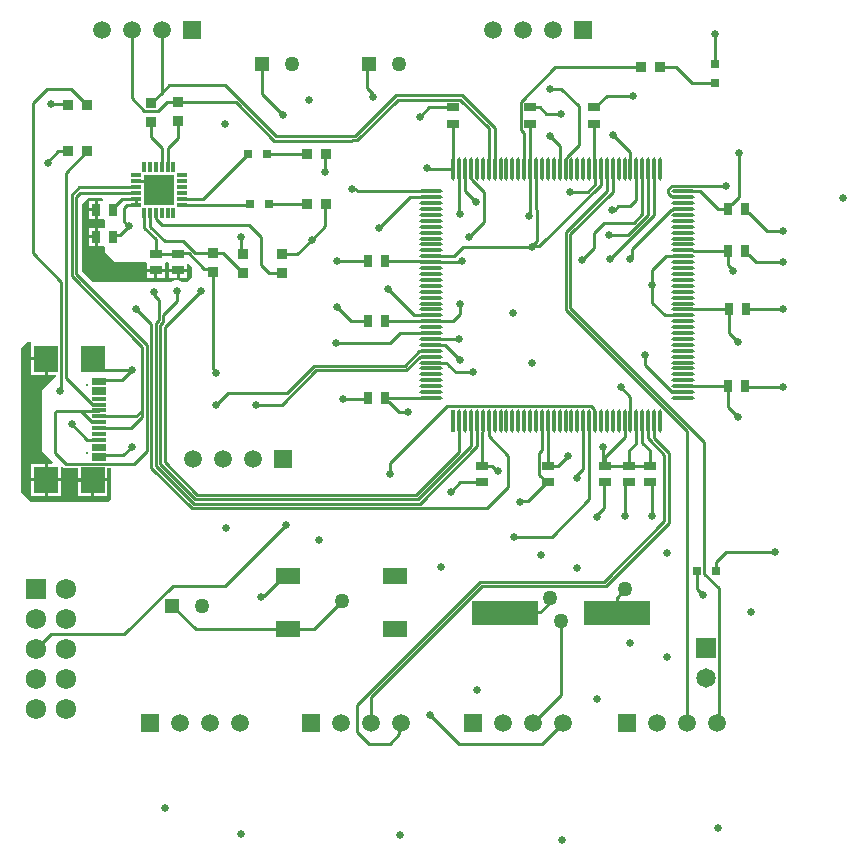
<source format=gtl>
G04*
G04 #@! TF.GenerationSoftware,Altium Limited,Altium Designer,22.9.1 (49)*
G04*
G04 Layer_Physical_Order=1*
G04 Layer_Color=255*
%FSLAX24Y24*%
%MOIN*%
G70*
G04*
G04 #@! TF.SameCoordinates,54DEFAFE-76A2-4419-BEBC-3D5CD7468304*
G04*
G04*
G04 #@! TF.FilePolarity,Positive*
G04*
G01*
G75*
%ADD14C,0.0100*%
%ADD15R,0.0453X0.0118*%
%ADD16R,0.0787X0.0858*%
%ADD17R,0.0315X0.0315*%
%ADD18R,0.0123X0.0770*%
G04:AMPARAMS|DCode=19|XSize=77mil|YSize=12.3mil|CornerRadius=6.2mil|HoleSize=0mil|Usage=FLASHONLY|Rotation=90.000|XOffset=0mil|YOffset=0mil|HoleType=Round|Shape=RoundedRectangle|*
%AMROUNDEDRECTD19*
21,1,0.0770,0.0000,0,0,90.0*
21,1,0.0647,0.0123,0,0,90.0*
1,1,0.0123,0.0000,0.0323*
1,1,0.0123,0.0000,-0.0323*
1,1,0.0123,0.0000,-0.0323*
1,1,0.0123,0.0000,0.0323*
%
%ADD19ROUNDEDRECTD19*%
G04:AMPARAMS|DCode=20|XSize=12.3mil|YSize=77mil|CornerRadius=6.2mil|HoleSize=0mil|Usage=FLASHONLY|Rotation=90.000|XOffset=0mil|YOffset=0mil|HoleType=Round|Shape=RoundedRectangle|*
%AMROUNDEDRECTD20*
21,1,0.0123,0.0647,0,0,90.0*
21,1,0.0000,0.0770,0,0,90.0*
1,1,0.0123,0.0323,0.0000*
1,1,0.0123,0.0323,0.0000*
1,1,0.0123,-0.0323,0.0000*
1,1,0.0123,-0.0323,0.0000*
%
%ADD20ROUNDEDRECTD20*%
%ADD21R,0.0390X0.0307*%
%ADD22R,0.0335X0.0118*%
%ADD23R,0.0118X0.0335*%
%ADD24R,0.1004X0.1004*%
%ADD25R,0.0307X0.0390*%
%ADD26R,0.0827X0.0551*%
%ADD27R,0.2205X0.0827*%
%ADD28R,0.0374X0.0354*%
%ADD29R,0.0354X0.0374*%
%ADD30R,0.0315X0.0315*%
%ADD53C,0.0679*%
%ADD54R,0.0679X0.0679*%
%ADD55C,0.0128*%
%ADD56R,0.0591X0.0591*%
%ADD57C,0.0591*%
%ADD58C,0.0650*%
%ADD59R,0.0650X0.0650*%
%ADD60C,0.0502*%
%ADD61R,0.0502X0.0502*%
%ADD62C,0.0250*%
%ADD63C,0.0500*%
G36*
X2206Y18403D02*
X2206D01*
Y17924D01*
X2700D01*
Y17874D01*
X2750D01*
Y17345D01*
X3040D01*
Y17290D01*
X2550Y16800D01*
X2550Y14800D01*
X2924Y14426D01*
X2905Y14380D01*
X2750D01*
Y13900D01*
X3193D01*
Y14277D01*
X3243Y14290D01*
X3258Y14276D01*
X3307Y14243D01*
X3366Y14231D01*
X3753D01*
Y13900D01*
X4247D01*
X4741D01*
Y14231D01*
X4850D01*
Y13200D01*
X4750Y13100D01*
X2200D01*
X1850Y13450D01*
Y18250D01*
X2050Y18450D01*
X2198D01*
X2206Y18403D01*
D02*
G37*
G36*
X4605Y23195D02*
X4584Y23145D01*
X4424D01*
Y22850D01*
Y22555D01*
X4600D01*
X4628Y22555D01*
X4650Y22514D01*
Y22286D01*
X4628Y22245D01*
X4600Y22245D01*
X4424D01*
Y21950D01*
Y21655D01*
X4600D01*
X4628Y21655D01*
X4650Y21614D01*
Y21450D01*
X5000Y21100D01*
X6014D01*
X6055Y21078D01*
X6055Y21050D01*
Y20874D01*
X6645D01*
Y21050D01*
X6645Y21078D01*
X6686Y21100D01*
X6764D01*
X6805Y21078D01*
X6805Y21050D01*
Y20874D01*
X7395D01*
Y21034D01*
X7445Y21055D01*
X7550Y20950D01*
Y20600D01*
X7400Y20450D01*
X7230D01*
X7185Y20476D01*
X7096Y20500D01*
X7004D01*
X6915Y20476D01*
X6870Y20450D01*
X4250D01*
X3900Y20800D01*
Y23050D01*
X4099Y23249D01*
X4551D01*
X4605Y23195D01*
D02*
G37*
%LPC*%
G36*
X2650Y17824D02*
X2206D01*
Y17345D01*
X2650D01*
Y17824D01*
D02*
G37*
G36*
Y14380D02*
X2206D01*
Y13900D01*
X2650D01*
Y14380D01*
D02*
G37*
G36*
X4741Y13800D02*
X4297D01*
Y13321D01*
X4741D01*
Y13800D01*
D02*
G37*
G36*
X4197D02*
X3753D01*
Y13321D01*
X4197D01*
Y13800D01*
D02*
G37*
G36*
X3193D02*
X2750D01*
Y13321D01*
X3193D01*
Y13800D01*
D02*
G37*
G36*
X2650D02*
X2206D01*
Y13321D01*
X2650D01*
Y13800D01*
D02*
G37*
G36*
X4324Y23145D02*
X4121D01*
Y22900D01*
X4324D01*
Y23145D01*
D02*
G37*
G36*
Y22800D02*
X4121D01*
Y22555D01*
X4324D01*
Y22800D01*
D02*
G37*
G36*
Y22245D02*
X4121D01*
Y22000D01*
X4324D01*
Y22245D01*
D02*
G37*
G36*
Y21900D02*
X4121D01*
Y21655D01*
X4324D01*
Y21900D01*
D02*
G37*
G36*
X7395Y20774D02*
X7150D01*
Y20571D01*
X7395D01*
Y20774D01*
D02*
G37*
G36*
X7050D02*
X6805D01*
Y20571D01*
X7050D01*
Y20774D01*
D02*
G37*
G36*
X6645D02*
X6400D01*
Y20571D01*
X6645D01*
Y20774D01*
D02*
G37*
G36*
X6300D02*
X6055D01*
Y20571D01*
X6300D01*
Y20774D01*
D02*
G37*
%LPD*%
D14*
X2850Y8700D02*
X5307D01*
X2350Y8200D02*
X2850Y8700D01*
X5307D02*
X6923Y10316D01*
X13050Y5450D02*
X13450Y5050D01*
X13050Y6339D02*
X17161Y10450D01*
X13050Y5450D02*
Y6339D01*
X13450Y5050D02*
X14150D01*
X14462Y5675D02*
X14520Y5733D01*
X14462Y5362D02*
Y5675D01*
X14150Y5050D02*
X14462Y5362D01*
X19237Y5050D02*
X19916Y5729D01*
X15500Y6000D02*
X16450Y5050D01*
X19237D01*
X17980Y9400D02*
X18004Y9424D01*
X19174D01*
X19423Y9673D02*
Y9823D01*
X19174Y9424D02*
X19423Y9673D01*
Y9823D02*
X19500Y9900D01*
X19850Y6663D02*
Y9150D01*
X18920Y5733D02*
X19850Y6663D01*
X21350Y10300D02*
X23450Y12400D01*
X13520Y6597D02*
X17223Y10300D01*
X21350D01*
X21288Y10450D02*
X23300Y12462D01*
X17161Y10450D02*
X21288D01*
X6650Y18950D02*
X7850Y20150D01*
X17300Y22450D02*
Y23428D01*
X16800Y21950D02*
X17300Y22450D01*
X25000Y27715D02*
Y28700D01*
X24215Y27085D02*
X25000D01*
X23700Y27600D02*
X24215Y27085D01*
X23165Y27600D02*
X23700D01*
X4926Y21950D02*
X4996Y22021D01*
X5171D02*
X5450Y22300D01*
X4996Y22021D02*
X5171D01*
X22120Y14307D02*
X22820D01*
X21320D02*
X22120D01*
X20997Y24221D02*
Y24550D01*
Y23697D02*
Y24221D01*
X6550Y26755D02*
X6800Y27005D01*
X6210Y26415D02*
X6550Y26755D01*
Y28850D01*
X5550Y26559D02*
X5972Y26138D01*
X5550Y26559D02*
Y28850D01*
X25350Y11450D02*
X27000D01*
X25015Y11115D02*
X25350Y11450D01*
X4473Y17181D02*
X5231D01*
X5550Y17500D01*
X4591Y17495D02*
X5545D01*
X4473Y15961D02*
X5711D01*
X5900Y15950D02*
Y16150D01*
Y18288D01*
X5711Y15961D02*
X5900Y16150D01*
X5526Y15576D02*
X5900Y15950D01*
X4482Y15576D02*
X5526D01*
X3550Y20638D02*
X5900Y18288D01*
X5261Y14661D02*
X5550Y14950D01*
X4473Y14661D02*
X5261D01*
X3550Y20638D02*
Y23350D01*
X5634Y14384D02*
X6050Y14800D01*
X3366Y14384D02*
X5634D01*
X6050Y14800D02*
Y18350D01*
X3700Y20700D02*
X6050Y18350D01*
X3700Y20700D02*
Y23288D01*
X5700Y19550D02*
X6200Y19050D01*
Y14250D02*
X7550Y12900D01*
X6200Y14250D02*
Y19050D01*
X6350Y19074D02*
X6450Y19174D01*
X6300Y19992D02*
X6450Y19842D01*
X6350Y14312D02*
X7612Y13050D01*
X6300Y19992D02*
Y20100D01*
X6350Y14312D02*
Y19074D01*
X6450Y19174D02*
Y19842D01*
X6600Y19112D02*
Y19350D01*
X6500Y19012D02*
X6600Y19112D01*
Y19350D02*
X7050Y19800D01*
X6500Y14374D02*
X7674Y13200D01*
X6500Y14374D02*
Y19012D01*
X6650Y14436D02*
Y18950D01*
Y14436D02*
X7736Y13350D01*
X18751Y13129D02*
X19379Y13756D01*
X18529Y13129D02*
X18751D01*
X19379Y13756D02*
X19420D01*
X18500Y13100D02*
X18529Y13129D01*
X19125Y14010D02*
Y14747D01*
Y14010D02*
X19379Y13756D01*
X19225Y14847D02*
Y15815D01*
X19125Y14747D02*
X19225Y14847D01*
X19757Y14307D02*
X20100Y14650D01*
X19420Y14307D02*
X19757D01*
X19420D02*
X19422Y14309D01*
Y15815D01*
X19141Y21629D02*
X21193Y23681D01*
X18929Y21629D02*
X19141D01*
X18900Y21600D02*
X18929Y21629D01*
X21193Y23681D02*
Y24221D01*
X18900Y21639D02*
X19075Y21814D01*
Y22830D01*
X19028Y22877D02*
X19075Y22830D01*
X19028Y22877D02*
Y24221D01*
X20750Y23450D02*
X20997Y23697D01*
X20150Y23450D02*
X20750D01*
X16469Y24221D02*
X16473Y24216D01*
Y22727D02*
X16500Y22700D01*
X16473Y22727D02*
Y24216D01*
X16666Y23459D02*
X17025Y23100D01*
X16666Y23459D02*
Y24221D01*
X16308Y21297D02*
X16611Y21600D01*
X18900D01*
X15514Y21297D02*
X16308D01*
X14971Y19329D02*
X15514D01*
X14100Y20200D02*
X14971Y19329D01*
X22650Y17685D02*
X23561Y16774D01*
X23916D01*
X23920Y16770D01*
X22650Y17685D02*
Y18000D01*
X22900Y19750D02*
Y20350D01*
Y19750D02*
X23321Y19329D01*
X23920D01*
X22900Y20350D02*
Y20850D01*
X23347Y21297D01*
X23920D01*
X21850Y16950D02*
X22178Y16622D01*
Y15815D02*
Y16622D01*
X8666Y10316D02*
X10700Y12350D01*
X6923Y10316D02*
X8666D01*
X8250Y17541D02*
X8350Y17441D01*
X8250Y17541D02*
Y20785D01*
X8350Y17400D02*
Y17441D01*
X7262Y21800D02*
X7647Y21415D01*
X6164Y22286D02*
X6650Y21800D01*
X7262D01*
X6164Y22286D02*
Y22723D01*
X8250Y21400D02*
X8585D01*
X6155Y22732D02*
X6164Y22723D01*
X7647Y21415D02*
X8250D01*
X6350Y21376D02*
X7100D01*
X9113Y20862D02*
X9240Y20735D01*
X9250D01*
X8585Y21400D02*
X9113Y20872D01*
Y20862D02*
Y20872D01*
X7122Y21397D02*
X7453D01*
X7972Y20878D01*
X8157D01*
X8250Y20785D01*
X5682Y23008D02*
Y23205D01*
X5300Y22450D02*
Y22900D01*
Y22450D02*
X5450Y22300D01*
X11550Y21850D02*
X12000Y22300D01*
X11065Y21365D02*
X11550Y21850D01*
X10550Y21365D02*
X11065D01*
X12000Y22300D02*
Y23035D01*
Y24100D02*
Y24685D01*
X12015Y24700D01*
X12000Y23035D02*
X12015Y23050D01*
X9200Y21415D02*
Y21950D01*
Y21415D02*
X9250Y21365D01*
X6563Y22350D02*
X9450D01*
X9850Y21000D02*
Y21950D01*
X9450Y22350D02*
X9850Y21950D01*
X6361Y22552D02*
X6563Y22350D01*
X16898Y23830D02*
Y23846D01*
Y23830D02*
X17300Y23428D01*
X16898Y23846D02*
X16898Y23846D01*
X16898Y23846D02*
Y23856D01*
X16863Y23891D02*
X16898Y23856D01*
X16863Y23891D02*
Y24221D01*
X13600Y26600D02*
Y26708D01*
X13400Y26908D02*
X13600Y26708D01*
X13400Y26908D02*
Y27650D01*
X13450Y27700D01*
X16256Y19132D02*
X16500Y19376D01*
Y19700D01*
X15514Y19132D02*
X16256D01*
X13996D02*
X15514D01*
X14140Y16437D02*
X14475Y16102D01*
X14748D01*
X13996Y16541D02*
Y16582D01*
Y16541D02*
X14099Y16437D01*
X14140D01*
X14748Y16102D02*
X14750Y16100D01*
X17220Y14307D02*
X17565D01*
X17742Y14130D02*
X17755D01*
X17565Y14307D02*
X17742Y14130D01*
X16506Y13756D02*
X17220D01*
X16200Y13450D02*
X16506Y13756D01*
X17400Y12900D02*
X18100Y13600D01*
X17453Y15297D02*
X18100Y14650D01*
Y13600D02*
Y14650D01*
X7550Y12900D02*
X17400D01*
X17453Y15297D02*
Y15815D01*
X21250Y14377D02*
X21320Y14307D01*
X21250Y14377D02*
Y14950D01*
X24385Y10215D02*
X24600Y10000D01*
X24385Y10215D02*
Y10800D01*
X25474Y18726D02*
Y19550D01*
Y18726D02*
X25750Y18450D01*
X25444Y16256D02*
Y16982D01*
Y16256D02*
X25750Y15950D01*
X25444Y20996D02*
Y21482D01*
Y20996D02*
X25600Y20841D01*
Y20800D02*
Y20841D01*
X25444Y22882D02*
Y22923D01*
X25548Y23027D01*
X25556D01*
X25800Y23270D02*
Y24750D01*
X25556Y23027D02*
X25800Y23270D01*
X25086Y22882D02*
X25444D01*
X24505Y23463D02*
X25086Y22882D01*
X18800Y22650D02*
X18827Y22677D01*
Y24216D02*
X18831Y24221D01*
X18827Y22677D02*
Y24216D01*
X15402Y24221D02*
X16272D01*
X15400Y24223D02*
X15402Y24221D01*
X15514Y21100D02*
X16460D01*
X16509Y21150D01*
X16550D01*
X16100Y17684D02*
X16359Y17426D01*
X16041Y17754D02*
X16100Y17695D01*
X16359Y17426D02*
X16924D01*
X15514Y17754D02*
X16041D01*
X16100Y17684D02*
Y17695D01*
X24643Y10716D02*
Y15098D01*
X20173Y19567D02*
X24643Y15098D01*
X20173Y19567D02*
Y22039D01*
X21390Y23468D02*
Y24221D01*
X20023Y22101D02*
X21390Y23468D01*
X20023Y19505D02*
Y22101D01*
Y19505D02*
X24070Y15459D01*
Y5733D02*
Y15459D01*
X20173Y22039D02*
X21587Y23453D01*
Y24221D01*
X22283Y22407D02*
X22571Y22696D01*
Y24221D01*
X22158Y22958D02*
X22375Y23175D01*
X21550Y22850D02*
X21658D01*
X21766Y22958D02*
X22158D01*
X22375Y23175D02*
Y24221D01*
X21658Y22850D02*
X21766Y22958D01*
X20967Y21567D02*
Y22083D01*
X21291Y22407D01*
X20573Y21173D02*
X20967Y21567D01*
X21291Y22407D02*
X22283D01*
X21450Y22000D02*
X22088D01*
X22768Y22680D02*
Y24221D01*
X22088Y22000D02*
X22768Y22680D01*
X22965Y22665D02*
Y24221D01*
X21500Y21200D02*
X22965Y22665D01*
X24643Y10716D02*
X25125Y10234D01*
Y5788D02*
Y10234D01*
X25070Y5733D02*
X25125Y5788D01*
X9879Y9979D02*
X9964D01*
X9850Y9950D02*
X9879Y9979D01*
X10621Y10636D02*
X10759D01*
X9964Y9979D02*
X10621Y10636D01*
X3108Y24800D02*
X3435D01*
X2750Y24442D02*
X3108Y24800D01*
X2750Y24403D02*
Y24442D01*
X3412Y26358D02*
X3420Y26350D01*
X2850Y26358D02*
X3412D01*
X2722Y26872D02*
X3528D01*
X2250Y26400D02*
X2722Y26872D01*
X2250Y21392D02*
Y26400D01*
Y21392D02*
X3193Y20449D01*
X3528Y26872D02*
X4050Y26350D01*
X5682Y23795D02*
X6155D01*
X5700Y20850D02*
X6324D01*
X6350Y20824D01*
X3814Y23402D02*
X5682D01*
X3700Y23288D02*
X3814Y23402D01*
X3550Y23350D02*
X3798Y23598D01*
X5682D01*
X4247Y17839D02*
Y17874D01*
Y17839D02*
X4591Y17495D01*
X3500Y13600D02*
X3750Y13850D01*
X4247D01*
X4077Y15173D02*
X4473D01*
X3550Y15700D02*
X4077Y15173D01*
X2998Y14752D02*
Y16090D01*
Y14752D02*
X3366Y14384D01*
X3057Y16148D02*
X3852D01*
X2998Y16090D02*
X3057Y16148D01*
X4473Y14543D02*
Y14661D01*
X3350Y24075D02*
X4065Y24790D01*
X3350Y17248D02*
Y24075D01*
Y17248D02*
X4234Y16363D01*
X4473Y17063D02*
Y17181D01*
X3150Y16800D02*
X3193Y16843D01*
Y20449D01*
X26026Y19550D02*
X27250D01*
X25996Y16982D02*
X26027Y16950D01*
X27250D01*
X25996Y21441D02*
Y21482D01*
Y21441D02*
X26099Y21337D01*
X26140D01*
X26377Y21100D01*
X27250D01*
X26140Y22737D02*
X26727Y22150D01*
X27250D01*
X25996Y22841D02*
Y22882D01*
Y22841D02*
X26099Y22737D01*
X26140D01*
X21404Y26650D02*
X22250D01*
X20970Y26257D02*
X21011D01*
X21404Y26650D01*
X19372Y26050D02*
X19850D01*
X19165Y26257D02*
X19372Y26050D01*
X19511Y26873D02*
X19877D01*
X20450Y25013D02*
Y26300D01*
X19877Y26873D02*
X20450Y26300D01*
X20048Y24611D02*
X20450Y25013D01*
X20048Y24596D02*
Y24611D01*
X20048Y24596D02*
X20048Y24596D01*
X20048Y24586D02*
Y24596D01*
X20012Y24550D02*
X20048Y24586D01*
X20012Y24221D02*
Y24550D01*
X18820Y26257D02*
X19165D01*
X15457D02*
X16270D01*
X15150Y25950D02*
X15457Y26257D01*
X12900Y25150D02*
X12906Y25156D01*
X13068D02*
X14423Y26511D01*
X10300Y25150D02*
X12900D01*
X14423Y26511D02*
X16506D01*
X12906Y25156D02*
X13068D01*
X14361Y26661D02*
X16568D01*
X13006Y25306D02*
X14361Y26661D01*
X10356Y25306D02*
X13006D01*
X13426Y21150D02*
X13444Y21132D01*
X12400Y21150D02*
X13426D01*
X12400Y19600D02*
X12868Y19132D01*
X13444D01*
X12600Y16550D02*
X13413D01*
X13444Y16582D01*
X22820Y13756D02*
X22900Y13676D01*
Y12650D02*
Y13676D01*
X23300Y12462D02*
Y14688D01*
X23450Y12400D02*
Y14750D01*
X22104Y13756D02*
X22120D01*
X22000Y13653D02*
X22104Y13756D01*
X22000Y12650D02*
Y13653D01*
X21300Y12916D02*
Y13736D01*
X21050Y12600D02*
Y12666D01*
X21300Y12916D01*
Y13736D02*
X21320Y13756D01*
X20400Y14008D02*
X20603Y14211D01*
Y15815D01*
X20400Y13900D02*
Y14008D01*
X15519Y18340D02*
X16010D01*
X16500Y17850D01*
X25450Y19526D02*
X25474Y19550D01*
X23920Y19526D02*
X25450D01*
X25015Y10800D02*
Y11115D01*
X19815Y24221D02*
Y24985D01*
Y24085D02*
Y24221D01*
X22150Y21200D02*
X22227Y21277D01*
Y21534D01*
X23530Y22837D01*
X23555D01*
X23590Y22872D01*
X23920D01*
X7050Y19800D02*
Y20150D01*
X7736Y13350D02*
X15026D01*
X16465Y14789D01*
Y15810D01*
X16469Y15815D01*
X7674Y13200D02*
X15088D01*
X16863Y14975D01*
Y15815D01*
X15150Y13050D02*
X17060Y14960D01*
Y15815D01*
X7612Y13050D02*
X15150D01*
X23556Y23650D02*
X25350D01*
X23435Y23396D02*
Y23530D01*
X23556Y23650D01*
X23435Y23396D02*
X23530Y23301D01*
X23555D01*
X23590Y23266D01*
X23920D01*
X21600Y25350D02*
X22178Y24772D01*
Y24221D02*
Y24772D01*
X5972Y26138D02*
X6428D01*
X6721Y26430D01*
X7100D01*
X16568Y26661D02*
X17650Y25579D01*
Y24221D02*
Y25579D01*
X8657Y27005D02*
X10356Y25306D01*
X6800Y27005D02*
X8657D01*
X17453Y24221D02*
Y25564D01*
X16506Y26511D02*
X17453Y25564D01*
X9020Y26430D02*
X10300Y25150D01*
X7100Y26430D02*
X9020D01*
X6200Y26415D02*
X6210D01*
X3852Y16148D02*
X4464D01*
X3852D02*
X4236Y15764D01*
X4065Y24790D02*
Y24800D01*
X4234Y16363D02*
X4464D01*
X4473Y16354D01*
X8350Y16350D02*
X8750Y16750D01*
X10738D02*
X11638Y17650D01*
X8750Y16750D02*
X10738D01*
X11638Y17650D02*
X14646D01*
X15510Y18143D02*
X15514Y18148D01*
X14646Y17650D02*
X15139Y18143D01*
X15510D01*
Y17946D02*
X15514Y17951D01*
X15155Y17946D02*
X15510D01*
X14708Y17500D02*
X15155Y17946D01*
X11700Y17500D02*
X14708D01*
X10550Y16350D02*
X11700Y17500D01*
X9700Y16350D02*
X10550D01*
X13008Y23550D02*
X13096Y23463D01*
X15514D01*
X12900Y23550D02*
X13008D01*
X14150Y18400D02*
X14488Y18738D01*
X15514D01*
X12350Y18400D02*
X14150D01*
X20800Y13200D02*
Y15814D01*
X20800Y15815D02*
X20800Y15814D01*
X19550Y11950D02*
X20800Y13200D01*
X18300Y11950D02*
X19550D01*
X21720Y9920D02*
X22000Y10200D01*
X21720Y9400D02*
Y9920D01*
X6900Y9650D02*
X7686Y8864D01*
X10759D01*
X11614D02*
X12550Y9800D01*
X10759Y8864D02*
X11614D01*
X16050Y16300D02*
X20867D01*
X14150Y14050D02*
Y14400D01*
X16050Y16300D01*
X20867D02*
X20961Y16205D01*
Y16180D02*
Y16205D01*
Y16180D02*
X20997Y16144D01*
Y15815D02*
Y16144D01*
X15514Y18344D02*
X15519Y18340D01*
X16446Y18546D02*
X16450Y18550D01*
X15514Y18541D02*
X15518Y18546D01*
X16446D01*
X22768Y15232D02*
Y15815D01*
X22815Y15173D02*
X23300Y14688D01*
X22768Y15232D02*
X22815Y15185D01*
Y15173D02*
Y15185D01*
X22965Y15235D02*
Y15815D01*
Y15235D02*
X23450Y14750D01*
X13520Y5733D02*
Y6597D01*
X14816Y23266D02*
X15514D01*
X13800Y22250D02*
X14816Y23266D01*
X19500Y25300D02*
X19815Y24985D01*
X9900Y26700D02*
X10600Y26000D01*
X9900Y26700D02*
Y27700D01*
X18525Y25511D02*
X18634Y25402D01*
X18525Y25511D02*
Y26452D01*
X19673Y27600D01*
X18634Y24221D02*
Y25402D01*
X19673Y27600D02*
X22535D01*
X16272Y24221D02*
Y25704D01*
X16270Y25706D02*
X16272Y25704D01*
X18831Y24221D02*
Y24550D01*
X18820Y24562D02*
Y25706D01*
Y24562D02*
X18831Y24550D01*
X20970Y24577D02*
X20997Y24550D01*
X20970Y24577D02*
Y25706D01*
X23920Y23463D02*
X24505D01*
X24250Y21494D02*
X24262Y21482D01*
X23920Y21494D02*
X24250D01*
X24262Y21482D02*
X25444D01*
X24250Y16967D02*
X24265Y16982D01*
X23920Y16967D02*
X24250D01*
X24265Y16982D02*
X25444D01*
X22571Y15815D02*
X22575Y15812D01*
Y15069D02*
Y15812D01*
Y15069D02*
X22820Y14824D01*
Y14307D02*
Y14824D01*
X22375Y15075D02*
Y15815D01*
X22120Y14307D02*
Y14821D01*
X22375Y15075D01*
X21981Y15279D02*
Y15815D01*
X21320Y14618D02*
X21981Y15279D01*
X21320Y14307D02*
Y14618D01*
X17256Y15485D02*
Y15815D01*
X17220Y14307D02*
Y15449D01*
X17256Y15485D01*
X14005Y16573D02*
X15514D01*
X13996Y16582D02*
X14005Y16573D01*
X13996Y21132D02*
X15153D01*
X15185Y21100D01*
X15514D01*
X10115Y20735D02*
X10550D01*
X9850Y21000D02*
X10115Y20735D01*
X6361Y22552D02*
Y22723D01*
X6352Y22732D02*
X6361Y22723D01*
X7100Y25250D02*
Y25800D01*
X6745Y24895D02*
X7100Y25250D01*
X6200Y25266D02*
X6548Y24918D01*
X6200Y25266D02*
Y25785D01*
X6745Y24268D02*
Y24895D01*
X6548Y24268D02*
Y24918D01*
X10065Y24700D02*
X11385D01*
X7940Y23205D02*
X9435Y24700D01*
X7218Y23205D02*
X7940D01*
X10115Y23050D02*
X11385D01*
X9443Y23008D02*
X9485Y23050D01*
X7218Y23008D02*
X9443D01*
X5967Y22552D02*
Y22723D01*
X5958Y22732D02*
X5967Y22723D01*
X6350Y21376D02*
Y21856D01*
X5958Y22248D02*
X6350Y21856D01*
X5958Y22248D02*
Y22552D01*
X5408Y23008D02*
X5682D01*
X5300Y22900D02*
X5408Y23008D01*
X4926Y22850D02*
Y22891D01*
X5239Y23205D01*
X5682D01*
X4236Y15764D02*
X4473D01*
X4464Y16148D02*
X4473Y16157D01*
Y15567D02*
X4482Y15576D01*
D15*
X4473Y17181D02*
D03*
Y16866D02*
D03*
Y16354D02*
D03*
Y15961D02*
D03*
Y15764D02*
D03*
Y15370D02*
D03*
Y14858D02*
D03*
Y14543D02*
D03*
Y14661D02*
D03*
Y14976D02*
D03*
Y15173D02*
D03*
Y15567D02*
D03*
Y16157D02*
D03*
Y16551D02*
D03*
Y16748D02*
D03*
Y17063D02*
D03*
D16*
X2700Y17874D02*
D03*
Y13850D02*
D03*
X4247Y17874D02*
D03*
Y13850D02*
D03*
D17*
X25015Y10800D02*
D03*
X24385D02*
D03*
X10065Y24700D02*
D03*
X9435D02*
D03*
X10115Y23050D02*
D03*
X9485D02*
D03*
D18*
X16272Y15815D02*
D03*
D19*
X16469D02*
D03*
X16666D02*
D03*
X16863D02*
D03*
X17060D02*
D03*
X17256D02*
D03*
X17453D02*
D03*
X17650D02*
D03*
X17847D02*
D03*
X18044D02*
D03*
X18241D02*
D03*
X18438D02*
D03*
X18634D02*
D03*
X18831D02*
D03*
X19028D02*
D03*
X19225D02*
D03*
X19422D02*
D03*
X19619D02*
D03*
X19815D02*
D03*
X20012D02*
D03*
X20209D02*
D03*
X20406D02*
D03*
X20603D02*
D03*
X20800D02*
D03*
X20997D02*
D03*
X21193D02*
D03*
X21390D02*
D03*
X21587D02*
D03*
X21784D02*
D03*
X21981D02*
D03*
X22178D02*
D03*
X22375D02*
D03*
X22571D02*
D03*
X22768D02*
D03*
X22965D02*
D03*
X23162D02*
D03*
Y24221D02*
D03*
X22965D02*
D03*
X22768D02*
D03*
X22571D02*
D03*
X22375D02*
D03*
X22178D02*
D03*
X21981D02*
D03*
X21784D02*
D03*
X21587D02*
D03*
X21390D02*
D03*
X21193D02*
D03*
X20997D02*
D03*
X20800D02*
D03*
X20603D02*
D03*
X20406D02*
D03*
X20209D02*
D03*
X20012D02*
D03*
X19815D02*
D03*
X19619D02*
D03*
X19422D02*
D03*
X19225D02*
D03*
X19028D02*
D03*
X18831D02*
D03*
X18634D02*
D03*
X18438D02*
D03*
X18241D02*
D03*
X18044D02*
D03*
X17847D02*
D03*
X17650D02*
D03*
X17453D02*
D03*
X17256D02*
D03*
X17060D02*
D03*
X16863D02*
D03*
X16666D02*
D03*
X16469D02*
D03*
X16272D02*
D03*
D20*
X23920Y16573D02*
D03*
Y16770D02*
D03*
Y16967D02*
D03*
Y17163D02*
D03*
Y17360D02*
D03*
Y17557D02*
D03*
Y17754D02*
D03*
Y17951D02*
D03*
Y18148D02*
D03*
Y18344D02*
D03*
Y18541D02*
D03*
Y18738D02*
D03*
Y18935D02*
D03*
Y19132D02*
D03*
Y19329D02*
D03*
Y19526D02*
D03*
Y19722D02*
D03*
Y19919D02*
D03*
Y20116D02*
D03*
Y20313D02*
D03*
Y20510D02*
D03*
Y20707D02*
D03*
Y20904D02*
D03*
Y21100D02*
D03*
Y21297D02*
D03*
Y21494D02*
D03*
Y21691D02*
D03*
Y21888D02*
D03*
Y22085D02*
D03*
Y22281D02*
D03*
Y22478D02*
D03*
Y22675D02*
D03*
Y22872D02*
D03*
Y23069D02*
D03*
Y23266D02*
D03*
Y23463D02*
D03*
X15514D02*
D03*
Y23266D02*
D03*
Y23069D02*
D03*
Y22872D02*
D03*
Y22675D02*
D03*
Y22478D02*
D03*
Y22281D02*
D03*
Y22085D02*
D03*
Y21888D02*
D03*
Y21691D02*
D03*
Y21494D02*
D03*
Y21297D02*
D03*
Y21100D02*
D03*
Y20904D02*
D03*
Y20707D02*
D03*
Y20510D02*
D03*
Y20313D02*
D03*
Y20116D02*
D03*
Y19919D02*
D03*
Y19722D02*
D03*
Y19526D02*
D03*
Y19329D02*
D03*
Y19132D02*
D03*
Y18935D02*
D03*
Y18738D02*
D03*
Y18541D02*
D03*
Y18344D02*
D03*
Y18148D02*
D03*
Y17951D02*
D03*
Y17754D02*
D03*
Y17557D02*
D03*
Y17360D02*
D03*
Y17163D02*
D03*
Y16967D02*
D03*
Y16770D02*
D03*
Y16573D02*
D03*
D21*
X18820Y25706D02*
D03*
Y26257D02*
D03*
X16270Y25706D02*
D03*
Y26257D02*
D03*
X17220Y14307D02*
D03*
Y13756D02*
D03*
X19420Y14307D02*
D03*
Y13756D02*
D03*
X22120Y14307D02*
D03*
Y13756D02*
D03*
X21320Y14307D02*
D03*
Y13756D02*
D03*
X22820Y14307D02*
D03*
Y13756D02*
D03*
X20970Y25706D02*
D03*
Y26257D02*
D03*
X6350Y21376D02*
D03*
Y20824D02*
D03*
X7100Y21376D02*
D03*
Y20824D02*
D03*
D22*
X5682Y23992D02*
D03*
Y23795D02*
D03*
Y23598D02*
D03*
Y23402D02*
D03*
Y23205D02*
D03*
Y23008D02*
D03*
X7218D02*
D03*
Y23205D02*
D03*
Y23402D02*
D03*
Y23598D02*
D03*
Y23795D02*
D03*
Y23992D02*
D03*
D23*
X5958Y22732D02*
D03*
X6155D02*
D03*
X6352D02*
D03*
X6548D02*
D03*
X6745D02*
D03*
X6942D02*
D03*
Y24268D02*
D03*
X6745D02*
D03*
X6548D02*
D03*
X6352D02*
D03*
X6155D02*
D03*
X5958D02*
D03*
D24*
X6450Y23500D02*
D03*
D25*
X4926Y21950D02*
D03*
X4374D02*
D03*
X25474Y19550D02*
D03*
X26026D02*
D03*
X25444Y22882D02*
D03*
X25996D02*
D03*
X13996Y21132D02*
D03*
X13444D02*
D03*
X13996Y19132D02*
D03*
X13444D02*
D03*
X25444Y21482D02*
D03*
X25996D02*
D03*
X25444Y16982D02*
D03*
X25996D02*
D03*
X13996Y16582D02*
D03*
X13444D02*
D03*
X4926Y22850D02*
D03*
X4374D02*
D03*
D26*
X14341Y8864D02*
D03*
X10759D02*
D03*
X14341Y10636D02*
D03*
X10759D02*
D03*
D27*
X17980Y9400D02*
D03*
X21720D02*
D03*
D28*
X10550Y20735D02*
D03*
Y21365D02*
D03*
X8250Y21415D02*
D03*
Y20785D02*
D03*
X9250Y21365D02*
D03*
Y20735D02*
D03*
X6200Y26415D02*
D03*
Y25785D02*
D03*
X7100Y26430D02*
D03*
Y25800D02*
D03*
D29*
X3420Y26350D02*
D03*
X4050D02*
D03*
X3435Y24800D02*
D03*
X4065D02*
D03*
X12015Y24700D02*
D03*
X11385D02*
D03*
X12015Y23050D02*
D03*
X11385D02*
D03*
X23165Y27600D02*
D03*
X22535D02*
D03*
D30*
X25000Y27715D02*
D03*
Y27085D02*
D03*
D53*
X3350Y6200D02*
D03*
X2350D02*
D03*
X3350Y7200D02*
D03*
X2350D02*
D03*
X3350Y8200D02*
D03*
X2350D02*
D03*
X3350Y9200D02*
D03*
X2350D02*
D03*
X3350Y10200D02*
D03*
D54*
X2350D02*
D03*
D55*
X4050Y17000D02*
D03*
Y14724D02*
D03*
D56*
X7550Y28850D02*
D03*
X6150Y5733D02*
D03*
X20600Y28850D02*
D03*
X16920Y5733D02*
D03*
X11520D02*
D03*
X10600Y14550D02*
D03*
X22070Y5733D02*
D03*
D57*
X6550Y28850D02*
D03*
X5550D02*
D03*
X4550D02*
D03*
X7150Y5733D02*
D03*
X8150D02*
D03*
X9150D02*
D03*
X17600Y28850D02*
D03*
X18600D02*
D03*
X19600D02*
D03*
X19920Y5733D02*
D03*
X18920D02*
D03*
X17920D02*
D03*
X14520D02*
D03*
X13520D02*
D03*
X12520D02*
D03*
X7600Y14550D02*
D03*
X8600D02*
D03*
X9600D02*
D03*
X25070Y5733D02*
D03*
X24070D02*
D03*
X23070D02*
D03*
D58*
X24700Y7250D02*
D03*
D59*
Y8250D02*
D03*
D60*
X7900Y9650D02*
D03*
X14450Y27700D02*
D03*
X10900D02*
D03*
D61*
X6900Y9650D02*
D03*
X13450Y27700D02*
D03*
X9900D02*
D03*
D62*
X15500Y6000D02*
D03*
X7850Y20150D02*
D03*
X20400Y10900D02*
D03*
X16800Y21950D02*
D03*
X25000Y28700D02*
D03*
X15850Y10950D02*
D03*
X27000Y11450D02*
D03*
X5550Y17500D02*
D03*
Y14950D02*
D03*
X18500Y13100D02*
D03*
X20100Y14650D02*
D03*
X20150Y23450D02*
D03*
X16500Y22700D02*
D03*
X17025Y23100D02*
D03*
X18900Y21600D02*
D03*
X14100Y20200D02*
D03*
X22650Y18000D02*
D03*
X22900Y20350D02*
D03*
X21850Y16950D02*
D03*
X10700Y12350D02*
D03*
X22150Y8400D02*
D03*
X8350Y17400D02*
D03*
X5450Y22300D02*
D03*
X11550Y21850D02*
D03*
X12000Y24100D02*
D03*
X9200Y21950D02*
D03*
X19200Y11350D02*
D03*
X11450Y26500D02*
D03*
X13600Y26600D02*
D03*
X8650Y25700D02*
D03*
X6650Y2900D02*
D03*
X9200Y2050D02*
D03*
X14500Y2000D02*
D03*
X19900Y1850D02*
D03*
X25100Y2250D02*
D03*
X16500Y19700D02*
D03*
X14750Y16100D02*
D03*
X17755Y14130D02*
D03*
X16200Y13450D02*
D03*
X21250Y14950D02*
D03*
X24600Y10000D02*
D03*
X25750Y18450D02*
D03*
Y15950D02*
D03*
X25600Y20800D02*
D03*
X25800Y24750D02*
D03*
X18800Y22650D02*
D03*
X15400Y24223D02*
D03*
X16550Y21150D02*
D03*
X16924Y17426D02*
D03*
X21550Y22850D02*
D03*
X20573Y21173D02*
D03*
X21450Y22000D02*
D03*
X21500Y21200D02*
D03*
X11800Y11850D02*
D03*
X9850Y9950D02*
D03*
X2750Y24403D02*
D03*
X2850Y26358D02*
D03*
X6450Y23500D02*
D03*
X5700Y20850D02*
D03*
X3500Y13600D02*
D03*
X3550Y15700D02*
D03*
X8700Y12250D02*
D03*
X3150Y16800D02*
D03*
X27250Y19550D02*
D03*
Y16950D02*
D03*
Y21100D02*
D03*
Y22150D02*
D03*
X29250Y23250D02*
D03*
X22250Y26650D02*
D03*
X19850Y26050D02*
D03*
X19511Y26873D02*
D03*
X15150Y25950D02*
D03*
X12400Y21150D02*
D03*
Y19600D02*
D03*
X12600Y16550D02*
D03*
X22900Y12650D02*
D03*
X23400Y11400D02*
D03*
X22000Y12650D02*
D03*
X21050Y12600D02*
D03*
X20400Y13900D02*
D03*
X23400Y7950D02*
D03*
X21050Y6550D02*
D03*
X17050Y6850D02*
D03*
X16500Y17850D02*
D03*
X18900Y17750D02*
D03*
X18250Y19400D02*
D03*
X19500Y25300D02*
D03*
X21600Y25350D02*
D03*
X26200Y9450D02*
D03*
X22150Y21200D02*
D03*
X7050Y20150D02*
D03*
X6300Y20100D02*
D03*
X5700Y19550D02*
D03*
X25350Y23650D02*
D03*
X8350Y16350D02*
D03*
X9700D02*
D03*
X12900Y23550D02*
D03*
X12350Y18400D02*
D03*
X18300Y11950D02*
D03*
X14150Y14050D02*
D03*
X16450Y18550D02*
D03*
X13800Y22250D02*
D03*
X10600Y26000D02*
D03*
D63*
X19500Y9900D02*
D03*
X19850Y9150D02*
D03*
X22000Y10200D02*
D03*
X12550Y9800D02*
D03*
M02*

</source>
